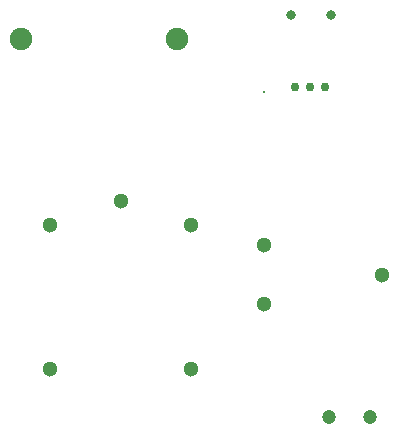
<source format=gbr>
%TF.GenerationSoftware,KiCad,Pcbnew,9.0.3*%
%TF.CreationDate,2025-07-19T00:51:12+05:30*%
%TF.ProjectId,Project_1,50726f6a-6563-4745-9f31-2e6b69636164,rev?*%
%TF.SameCoordinates,Original*%
%TF.FileFunction,Plated,1,2,PTH,Drill*%
%TF.FilePolarity,Positive*%
%FSLAX46Y46*%
G04 Gerber Fmt 4.6, Leading zero omitted, Abs format (unit mm)*
G04 Created by KiCad (PCBNEW 9.0.3) date 2025-07-19 00:51:12*
%MOMM*%
%LPD*%
G01*
G04 APERTURE LIST*
%TA.AperFunction,ViaDrill*%
%ADD10C,0.300000*%
%TD*%
%TA.AperFunction,ComponentDrill*%
%ADD11C,0.750000*%
%TD*%
%TA.AperFunction,ComponentDrill*%
%ADD12C,0.800000*%
%TD*%
%TA.AperFunction,ComponentDrill*%
%ADD13C,1.200000*%
%TD*%
%TA.AperFunction,ComponentDrill*%
%ADD14C,1.300000*%
%TD*%
%TA.AperFunction,ComponentDrill*%
%ADD15C,1.900000*%
%TD*%
G04 APERTURE END LIST*
D10*
X133500000Y-64500000D03*
X133500000Y-64500000D03*
X133500000Y-64500000D03*
X133500000Y-77495000D03*
D11*
%TO.C,Q1*%
X136130000Y-64130000D03*
X137400000Y-64130000D03*
X138670000Y-64130000D03*
D12*
%TO.C,R1*%
X135800000Y-58000000D03*
X139200000Y-58000000D03*
D13*
%TO.C,J1*%
X139000000Y-92000000D03*
X142500000Y-92000000D03*
D14*
%TO.C,K1*%
X115355000Y-75790000D03*
X115355000Y-87990000D03*
X121355000Y-73790000D03*
X127355000Y-75790000D03*
X127355000Y-87990000D03*
%TO.C,RV1*%
X133500000Y-77495000D03*
X133500000Y-82495000D03*
X143500000Y-79995000D03*
D15*
%TO.C,BT1*%
X112900000Y-60000000D03*
X126100000Y-60000000D03*
M02*

</source>
